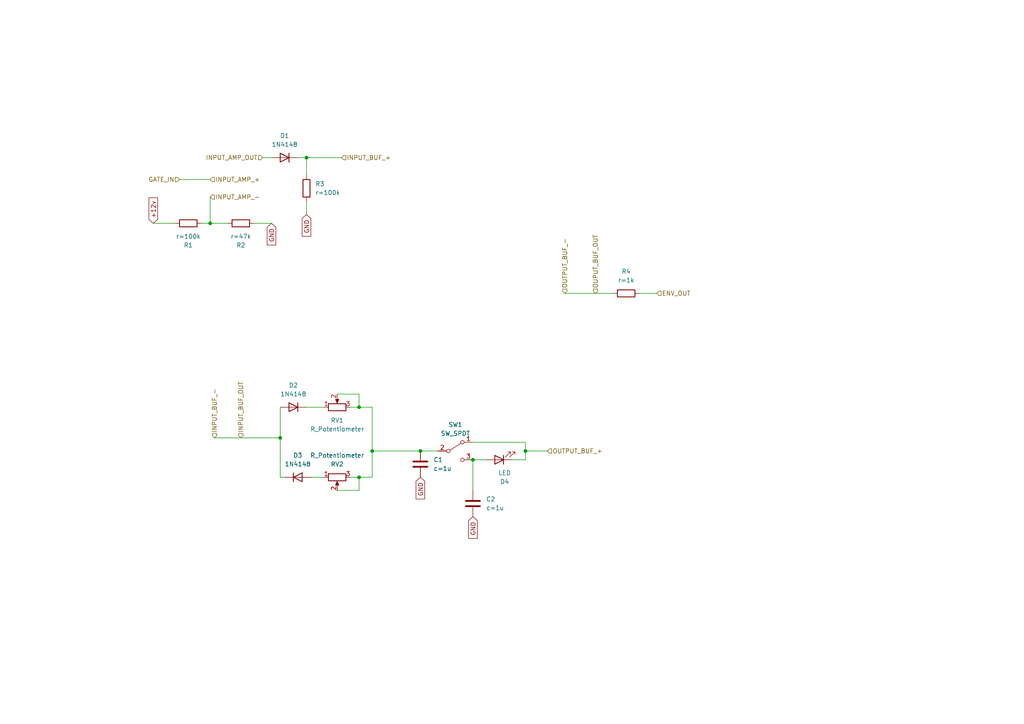
<source format=kicad_sch>
(kicad_sch (version 20230121) (generator eeschema)
  (paper "A4")
  (lib_symbols
    (symbol "Device:C" (pin_numbers hide) (pin_names (offset 0.254))
      (property "Reference" "C" (at 0.635 2.54 0))
      (property "Value" "C" (at 0.635 -2.54 0))
      (symbol "C_0_1"
        (polyline (pts (xy -2.032 -0.762) (xy 2.032 -0.762)) (stroke (width 0.508)))
        (polyline (pts (xy -2.032 0.762) (xy 2.032 0.762)) (stroke (width 0.508)))
      )
      (symbol "C_1_1"
        (pin passive line (at 0 3.81 270) (length 2.794) (name "~") (number "1"))
        (pin passive line (at 0 -3.81 90) (length 2.794) (name "~") (number "2"))
      )
    )
    (symbol "Device:LED" (pin_numbers hide) (pin_names (offset 1.016) hide)
      (property "Reference" "D" (at 0 2.54 0))
      (property "Value" "LED" (at 0 -2.54 0))
      (symbol "LED_0_1"
        (polyline (pts (xy -1.27 -1.27) (xy -1.27 1.27)) (stroke (width 0.254)))
        (polyline (pts (xy -1.27 0) (xy 1.27 0)))
        (polyline (pts (xy 1.27 -1.27) (xy 1.27 1.27) (xy -1.27 0) (xy 1.27 -1.27)) (stroke (width 0.254)))
        (polyline (pts (xy -3.048 -0.762) (xy -4.572 -2.286) (xy -3.81 -2.286) (xy -4.572 -2.286) (xy -4.572 -1.524)))
        (polyline (pts (xy -1.778 -0.762) (xy -3.302 -2.286) (xy -2.54 -2.286) (xy -3.302 -2.286) (xy -3.302 -1.524)))
      )
      (symbol "LED_1_1"
        (pin passive line (at -3.81 0 0) (length 2.54) (name "K") (number "1"))
        (pin passive line (at 3.81 0 180) (length 2.54) (name "A") (number "2"))
      )
    )
    (symbol "Device:R" (pin_numbers hide) (pin_names (offset 0))
      (property "Reference" "R" (at 2.032 0 90))
      (property "Value" "R" (at 0 0 90))
      (symbol "R_0_1"
        (rectangle (start -1.016 -2.54) (end 1.016 2.54) (stroke (width 0.254)))
      )
      (symbol "R_1_1"
        (pin passive line (at 0 3.81 270) (length 1.27) (name "~") (number "1"))
        (pin passive line (at 0 -3.81 90) (length 1.27) (name "~") (number "2"))
      )
    )
    (symbol "Device:R_Potentiometer" (pin_names (offset 1.016) hide)
      (property "Reference" "RV" (at -4.445 0 90))
      (property "Value" "R_Potentiometer" (at -2.54 0 90))
      (symbol "R_Potentiometer_0_1"
        (polyline (pts (xy 2.54 0) (xy 1.524 0)))
        (polyline (pts (xy 1.143 0) (xy 2.286 0.508) (xy 2.286 -0.508) (xy 1.143 0)) (fill (type outline)))
        (rectangle (start 1.016 2.54) (end -1.016 -2.54) (stroke (width 0.254)))
      )
      (symbol "R_Potentiometer_1_1"
        (pin passive line (at 0 3.81 270) (length 1.27) (name "1") (number "1"))
        (pin passive line (at 3.81 0 180) (length 1.27) (name "2") (number "2"))
        (pin passive line (at 0 -3.81 90) (length 1.27) (name "3") (number "3"))
      )
    )
    (symbol "Diode:1N4148" (pin_numbers hide) (pin_names hide)
      (property "Reference" "D" (at 0 2.54 0))
      (property "Value" "1N4148" (at 0 -2.54 0))
      (symbol "1N4148_0_1"
        (polyline (pts (xy -1.27 1.27) (xy -1.27 -1.27)) (stroke (width 0.254)))
        (polyline (pts (xy 1.27 0) (xy -1.27 0)))
        (polyline (pts (xy 1.27 1.27) (xy 1.27 -1.27) (xy -1.27 0) (xy 1.27 1.27)) (stroke (width 0.254)))
      )
      (symbol "1N4148_1_1"
        (pin passive line (at -3.81 0 0) (length 2.54) (name "K") (number "1"))
        (pin passive line (at 3.81 0 180) (length 2.54) (name "A") (number "2"))
      )
    )
    (symbol "Switch:SW_SPDT" (pin_names (offset 0) hide)
      (property "Reference" "SW" (at 0 4.318 0))
      (property "Value" "SW_SPDT" (at 0 -5.08 0))
      (symbol "SW_SPDT_0_0"
        (circle (center -2.032 0) (radius 0.508))
        (circle (center 2.032 -2.54) (radius 0.508))
      )
      (symbol "SW_SPDT_0_1"
        (polyline (pts (xy -1.524 0.254) (xy 1.651 2.286)))
        (circle (center 2.032 2.54) (radius 0.508))
      )
      (symbol "SW_SPDT_1_1"
        (pin passive line (at 5.08 2.54 180) (length 2.54) (name "A") (number "1"))
        (pin passive line (at -5.08 0 0) (length 2.54) (name "B") (number "2"))
        (pin passive line (at 5.08 -2.54 180) (length 2.54) (name "C") (number "3"))
      )
    )
  )
  (junction (at 107.95 130.81))
  (junction (at 121.92 130.81))
  (junction (at 137.16 133.35))
  (junction (at 88.9 45.72))
  (junction (at 104.14 118.11))
  (junction (at 60.96 64.77))
  (junction (at 81.28 127))
  (junction (at 104.14 138.43))
  (junction (at 152.4 130.81))
  (wire (pts (xy 137.16 133.35) (xy 140.97 133.35)))
  (wire (pts (xy 60.96 57.15) (xy 60.96 64.77)))
  (wire (pts (xy 152.4 130.81) (xy 158.75 130.81)))
  (wire (pts (xy 121.92 130.81) (xy 127 130.81)))
  (wire (pts (xy 81.28 118.11) (xy 81.28 127)))
  (wire (pts (xy 152.4 128.27) (xy 152.4 130.81)))
  (wire (pts (xy 101.6 138.43) (xy 104.14 138.43)))
  (wire (pts (xy 44.45 64.77) (xy 50.8 64.77)))
  (wire (pts (xy 97.79 142.24) (xy 104.14 142.24)))
  (wire (pts (xy 93.98 118.11) (xy 88.9 118.11)))
  (wire (pts (xy 78.74 64.77) (xy 73.66 64.77)))
  (wire (pts (xy 88.9 58.42) (xy 88.9 62.23)))
  (wire (pts (xy 86.36 45.72) (xy 88.9 45.72)))
  (wire (pts (xy 88.9 45.72) (xy 88.9 50.8)))
  (wire (pts (xy 81.28 138.43) (xy 82.55 138.43)))
  (wire (pts (xy 66.04 64.77) (xy 60.96 64.77)))
  (wire (pts (xy 88.9 45.72) (xy 99.06 45.72)))
  (wire (pts (xy 107.95 138.43) (xy 107.95 130.81)))
  (wire (pts (xy 97.79 114.3) (xy 104.14 114.3)))
  (wire (pts (xy 104.14 138.43) (xy 107.95 138.43)))
  (wire (pts (xy 104.14 118.11) (xy 101.6 118.11)))
  (wire (pts (xy 137.16 128.27) (xy 152.4 128.27)))
  (wire (pts (xy 90.17 138.43) (xy 93.98 138.43)))
  (wire (pts (xy 81.28 127) (xy 81.28 138.43)))
  (wire (pts (xy 107.95 118.11) (xy 104.14 118.11)))
  (wire (pts (xy 58.42 64.77) (xy 60.96 64.77)))
  (wire (pts (xy 163.83 85.09) (xy 177.8 85.09)))
  (wire (pts (xy 107.95 130.81) (xy 107.95 118.11)))
  (wire (pts (xy 148.59 133.35) (xy 152.4 133.35)))
  (wire (pts (xy 137.16 142.24) (xy 137.16 133.35)))
  (wire (pts (xy 107.95 130.81) (xy 121.92 130.81)))
  (wire (pts (xy 62.23 127) (xy 81.28 127)))
  (wire (pts (xy 78.74 45.72) (xy 76.2 45.72)))
  (wire (pts (xy 185.42 85.09) (xy 190.5 85.09)))
  (wire (pts (xy 104.14 114.3) (xy 104.14 118.11)))
  (wire (pts (xy 52.07 52.07) (xy 60.96 52.07)))
  (wire (pts (xy 152.4 133.35) (xy 152.4 130.81)))
  (wire (pts (xy 104.14 142.24) (xy 104.14 138.43)))
  (global_label "GND" (shape input) (at 121.92 138.43 270) (property "Intersheetrefs" "${INTERSHEET_REFS}" (effects hide)))
  (global_label "GND" (shape input) (at 88.9 62.23 270) (property "Intersheetrefs" "${INTERSHEET_REFS}" (effects hide)))
  (global_label "+12v" (shape input) (at 44.45 64.77 90) (property "Intersheetrefs" "${INTERSHEET_REFS}" (effects hide)))
  (global_label "GND" (shape input) (at 78.74 64.77 270) (property "Intersheetrefs" "${INTERSHEET_REFS}" (effects hide)))
  (global_label "GND" (shape input) (at 137.16 149.86 270) (property "Intersheetrefs" "${INTERSHEET_REFS}" (effects hide)))
  (hierarchical_label "INPUT_BUF_-" (shape input) (at 62.23 127 90))
  (hierarchical_label "INPUT_BUF_+" (shape input) (at 99.06 45.72 0))
  (hierarchical_label "INPUT_BUF_OUT" (shape input) (at 69.85 127 90))
  (hierarchical_label "INPUT_AMP_OUT" (shape input) (at 76.2 45.72 180))
  (hierarchical_label "INPUT_AMP_+" (shape input) (at 60.96 52.07 0))
  (hierarchical_label "INPUT_AMP_-" (shape input) (at 60.96 57.15 0))
  (hierarchical_label "ENV_OUT" (shape input) (at 190.5 85.09 0))
  (hierarchical_label "GATE_IN" (shape input) (at 52.07 52.07 180))
  (hierarchical_label "OUTPUT_BUF_-" (shape input) (at 163.83 85.09 90))
  (hierarchical_label "OUPUT_BUF_OUT" (shape input) (at 172.72 85.09 90))
  (hierarchical_label "OUTPUT_BUF_+" (shape input) (at 158.75 130.81 0))
  (symbol (lib_id "Diode:1N4148") (at 85.09 118.11 0) (mirror y) (unit 1)
    (property "Reference" "D2" (at 85.09 111.76 0))
    (property "Value" "1N4148" (at 85.09 114.3 0))
    (property "Footprint" "Diode_THT:D_DO-35_SOD27_P7.62mm_Horizontal" (effects hide))
    (property "Datasheet" "https://assets.nexperia.com/documents/data-sheet/1N4148_1N4448.pdf" (effects hide))
    (property "Sim.Device" "D" (effects hide))
    (property "Sim.Pins" "1=K 2=A" (effects hide))
    (instances (project "fourars" (path "" (reference "D2") (unit 1)) (path "" (reference "D14") (unit 1))))
  )
  (symbol (lib_id "Diode:1N4148") (at 86.36 138.43 0) (unit 1)
    (property "Reference" "D3" (at 86.36 132.08 0))
    (property "Value" "1N4148" (at 86.36 134.62 0))
    (property "Footprint" "Diode_THT:D_DO-35_SOD27_P7.62mm_Horizontal" (effects hide))
    (property "Datasheet" "https://assets.nexperia.com/documents/data-sheet/1N4148_1N4448.pdf" (effects hide))
    (property "Sim.Device" "D" (effects hide))
    (property "Sim.Pins" "1=K 2=A" (effects hide))
    (instances (project "fourars" (path "" (reference "D3") (unit 1)) (path "" (reference "D15") (unit 1))))
  )
  (symbol (lib_id "Device:C") (at 137.16 146.05 0) (unit 1)
    (property "Reference" "C2" (at 140.97 144.78 0) (effects (justify left)))
    (property "Value" "${SIM.PARAMS}" (at 140.97 147.32 0) (effects (justify left)))
    (property "Footprint" "Capacitor_THT:C_Rect_L7.2mm_W5.5mm_P5.00mm_FKS2_FKP2_MKS2_MKP2" (effects hide))
    (property "Sim.Device" "C" (effects hide))
    (property "Sim.Type" "=" (effects hide))
    (property "Sim.Params" "c=1u" (effects hide))
    (property "Sim.Pins" "1=+ 2=-" (effects hide))
    (instances (project "fourars" (path "" (reference "C2") (unit 1)) (path "" (reference "C8") (unit 1))))
  )
  (symbol (lib_id "Device:LED") (at 144.78 133.35 180) (unit 1)
    (property "Reference" "D4" (at 146.3675 139.7 0))
    (property "Value" "LED" (at 146.3675 137.16 0))
    (property "Footprint" "LED_THT:LED_D5.0mm_FlatTop" (effects hide))
    (property "Sim.Device" "D" (effects hide))
    (property "Sim.Pins" "1=A 2=K" (effects hide))
    (instances (project "fourars" (path "" (reference "D4") (unit 1)) (path "" (reference "D16") (unit 1))))
  )
  (symbol (lib_id "Device:R") (at 181.61 85.09 90) (unit 1)
    (property "Reference" "R4" (at 181.61 78.74 90))
    (property "Value" "${SIM.PARAMS}" (at 181.61 81.28 90))
    (property "Footprint" "Resistor_THT:R_Axial_DIN0207_L6.3mm_D2.5mm_P5.08mm_Vertical" (effects hide))
    (property "Sim.Device" "R" (effects hide))
    (property "Sim.Type" "=" (effects hide))
    (property "Sim.Params" "r=1k" (effects hide))
    (property "Sim.Pins" "1=+ 2=-" (effects hide))
    (instances (project "fourars" (path "" (reference "R4") (unit 1)) (path "" (reference "R16") (unit 1))))
  )
  (symbol (lib_id "Diode:1N4148") (at 82.55 45.72 0) (mirror y) (unit 1)
    (property "Reference" "D1" (at 82.55 39.37 0))
    (property "Value" "1N4148" (at 82.55 41.91 0))
    (property "Footprint" "Diode_THT:D_DO-35_SOD27_P7.62mm_Horizontal" (effects hide))
    (property "Datasheet" "https://assets.nexperia.com/documents/data-sheet/1N4148_1N4448.pdf" (effects hide))
    (property "Sim.Device" "D" (effects hide))
    (property "Sim.Pins" "1=K 2=A" (effects hide))
    (instances (project "fourars" (path "" (reference "D1") (unit 1)) (path "" (reference "D13") (unit 1))))
  )
  (symbol (lib_id "Device:R") (at 69.85 64.77 90) (mirror x) (unit 1)
    (property "Reference" "R2" (at 69.85 71.12 90))
    (property "Value" "${SIM.PARAMS}" (at 69.85 68.58 90))
    (property "Footprint" "Resistor_THT:R_Axial_DIN0207_L6.3mm_D2.5mm_P5.08mm_Vertical" (effects hide))
    (property "Sim.Device" "R" (effects hide))
    (property "Sim.Type" "=" (effects hide))
    (property "Sim.Params" "r=47k" (effects hide))
    (property "Sim.Pins" "1=+ 2=-" (effects hide))
    (instances (project "fourars" (path "" (reference "R2") (unit 1)) (path "" (reference "R14") (unit 1))))
  )
  (symbol (lib_id "Switch:SW_SPDT") (at 132.08 130.81 0) (unit 1)
    (property "Reference" "SW1" (at 132.08 123.19 0))
    (property "Value" "SW_SPDT" (at 132.08 125.73 0))
    (property "Footprint" "Button_Switch_THT:SW_PUSH_6mm" (effects hide))
    (property "Sim.Enable" "0" (effects hide))
    (instances (project "fourars" (path "" (reference "SW1") (unit 1)) (path "" (reference "SW4") (unit 1))))
  )
  (symbol (lib_id "Device:R_Potentiometer") (at 97.79 138.43 90) (mirror x) (unit 1)
    (property "Reference" "RV2" (at 97.79 134.62 90))
    (property "Value" "R_Potentiometer" (at 97.79 132.08 90))
    (property "Footprint" "Potentiometer_THT:Potentiometer_Alpha_RD901F-40-00D_Single_Vertical" (effects hide))
    (property "Sim.Device" "R" (effects hide))
    (property "Sim.Type" "POT" (effects hide))
    (property "Sim.Pins" "1=r0 2=wiper 3=r1" (effects hide))
    (property "Sim.Params" "r=1M" (effects hide))
    (instances (project "fourars" (path "" (reference "RV2") (unit 1)) (path "" (reference "RV8") (unit 1))))
  )
  (symbol (lib_id "Device:R") (at 88.9 54.61 0) (unit 1)
    (property "Reference" "R3" (at 91.44 53.34 0) (effects (justify left)))
    (property "Value" "${SIM.PARAMS}" (at 91.44 55.88 0) (effects (justify left)))
    (property "Footprint" "Resistor_THT:R_Axial_DIN0207_L6.3mm_D2.5mm_P5.08mm_Vertical" (effects hide))
    (property "Sim.Device" "R" (effects hide))
    (property "Sim.Type" "=" (effects hide))
    (property "Sim.Params" "r=100k" (effects hide))
    (property "Sim.Pins" "1=+ 2=-" (effects hide))
    (instances (project "fourars" (path "" (reference "R3") (unit 1)) (path "" (reference "R15") (unit 1))))
  )
  (symbol (lib_id "Device:R_Potentiometer") (at 97.79 118.11 90) (unit 1)
    (property "Reference" "RV1" (at 97.79 121.92 90))
    (property "Value" "R_Potentiometer" (at 97.79 124.46 90))
    (property "Footprint" "Potentiometer_THT:Potentiometer_Alpha_RD901F-40-00D_Single_Vertical" (effects hide))
    (property "Sim.Device" "R" (effects hide))
    (property "Sim.Type" "POT" (effects hide))
    (property "Sim.Pins" "1=r0 2=wiper 3=r1" (effects hide))
    (property "Sim.Params" "r=1M" (effects hide))
    (instances (project "fourars" (path "" (reference "RV1") (unit 1)) (path "" (reference "RV7") (unit 1))))
  )
  (symbol (lib_id "Device:R") (at 54.61 64.77 90) (mirror x) (unit 1)
    (property "Reference" "R1" (at 54.61 71.12 90))
    (property "Value" "${SIM.PARAMS}" (at 54.61 68.58 90))
    (property "Footprint" "Resistor_THT:R_Axial_DIN0207_L6.3mm_D2.5mm_P5.08mm_Vertical" (effects hide))
    (property "Sim.Device" "R" (effects hide))
    (property "Sim.Type" "=" (effects hide))
    (property "Sim.Params" "r=100k" (effects hide))
    (property "Sim.Pins" "1=+ 2=-" (effects hide))
    (instances (project "fourars" (path "" (reference "R1") (unit 1)) (path "" (reference "R13") (unit 1))))
  )
  (symbol (lib_id "Device:C") (at 121.92 134.62 0) (unit 1)
    (property "Reference" "C1" (at 125.73 133.35 0) (effects (justify left)))
    (property "Value" "${SIM.PARAMS}" (at 125.73 135.89 0) (effects (justify left)))
    (property "Footprint" "Capacitor_THT:C_Rect_L7.2mm_W5.5mm_P5.00mm_FKS2_FKP2_MKS2_MKP2" (effects hide))
    (property "Sim.Device" "C" (effects hide))
    (property "Sim.Type" "=" (effects hide))
    (property "Sim.Params" "c=1u" (effects hide))
    (property "Sim.Pins" "1=+ 2=-" (effects hide))
    (instances (project "fourars" (path "" (reference "C1") (unit 1)) (path "" (reference "C7") (unit 1))))
  )
)
</source>
